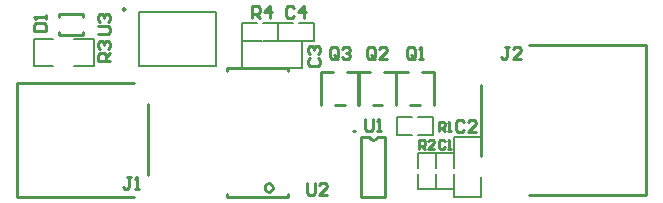
<source format=gto>
G04*
G04 #@! TF.GenerationSoftware,Altium Limited,Altium Designer,20.1.14 (287)*
G04*
G04 Layer_Color=65535*
%FSLAX25Y25*%
%MOIN*%
G70*
G04*
G04 #@! TF.SameCoordinates,2FE93C5B-B66B-451B-A581-654374074FDE*
G04*
G04*
G04 #@! TF.FilePolarity,Positive*
G04*
G01*
G75*
%ADD10C,0.00984*%
%ADD11C,0.01000*%
%ADD12C,0.00787*%
%ADD13C,0.00800*%
D10*
X107382Y422118D02*
X106644Y422544D01*
Y421692D01*
X107382Y422118D01*
D11*
X188880Y379500D02*
X189246Y378616D01*
X190130Y378250D01*
X191014Y378616D01*
X191380Y379500D01*
X156674Y362500D02*
X156343Y363409D01*
X155505Y363893D01*
X154553Y363725D01*
X153931Y362984D01*
Y362016D01*
X154553Y361275D01*
X155505Y361107D01*
X156343Y361591D01*
X156674Y362500D01*
X202425Y389988D02*
X205575D01*
X210299D02*
Y401012D01*
X206362D02*
X210299D01*
X197701Y389988D02*
Y401012D01*
X201638D01*
X71500Y359500D02*
Y397500D01*
X115000Y366878D02*
Y390500D01*
X71500Y359500D02*
X110500D01*
X71500Y397500D02*
X110500D01*
X281000Y360000D02*
Y410000D01*
X226000Y373189D02*
Y396811D01*
X242000Y360000D02*
X281000D01*
X242000Y410000D02*
X281000D01*
X185201Y401012D02*
X189138D01*
X185201Y389988D02*
Y401012D01*
X193862D02*
X197799D01*
Y389988D02*
Y401012D01*
X189925Y389988D02*
X193075D01*
X186051Y379500D02*
X188880D01*
X191380D02*
X194209D01*
Y359500D02*
Y379500D01*
X186051Y359500D02*
X194209D01*
X183500Y381500D02*
X184000D01*
X186051Y359500D02*
Y364500D01*
Y374500D02*
Y379500D01*
Y364500D02*
Y374500D01*
X161760Y401500D02*
Y402500D01*
X141260Y401500D02*
Y402500D01*
X161760D01*
Y359500D02*
Y360500D01*
X141260Y359500D02*
Y360500D01*
Y359500D02*
X161760D01*
X177425Y389988D02*
X180575D01*
X185299D02*
Y401012D01*
X181362D02*
X185299D01*
X172701Y389988D02*
Y401012D01*
X176638D01*
X85500Y413500D02*
Y414500D01*
Y413500D02*
X93500D01*
Y414500D01*
Y419500D02*
Y420500D01*
X85500D02*
X93500D01*
X85500Y419500D02*
Y420500D01*
X102499Y404668D02*
X98501D01*
Y406667D01*
X99167Y407334D01*
X100500D01*
X101166Y406667D01*
Y404668D01*
Y406001D02*
X102499Y407334D01*
X99167Y408667D02*
X98501Y409333D01*
Y410666D01*
X99167Y411332D01*
X99834D01*
X100500Y410666D01*
Y409999D01*
Y410666D01*
X101166Y411332D01*
X101833D01*
X102499Y410666D01*
Y409333D01*
X101833Y408667D01*
X98501Y413668D02*
X101833D01*
X102499Y414334D01*
Y415667D01*
X101833Y416334D01*
X98501D01*
X99167Y417666D02*
X98501Y418333D01*
Y419666D01*
X99167Y420332D01*
X99834D01*
X100500Y419666D01*
Y418999D01*
Y419666D01*
X101166Y420332D01*
X101833D01*
X102499Y419666D01*
Y418333D01*
X101833Y417666D01*
X168168Y363999D02*
Y360667D01*
X168834Y360001D01*
X170167D01*
X170834Y360667D01*
Y363999D01*
X174832Y360001D02*
X172167D01*
X174832Y362666D01*
Y363333D01*
X174166Y363999D01*
X172833D01*
X172167Y363333D01*
X187334Y385499D02*
Y382167D01*
X188001Y381501D01*
X189333D01*
X190000Y382167D01*
Y385499D01*
X191333Y381501D02*
X192666D01*
X191999D01*
Y385499D01*
X191333Y384833D01*
X169167Y405834D02*
X168501Y405167D01*
Y403834D01*
X169167Y403168D01*
X171833D01*
X172499Y403834D01*
Y405167D01*
X171833Y405834D01*
X169167Y407166D02*
X168501Y407833D01*
Y409166D01*
X169167Y409832D01*
X169834D01*
X170500Y409166D01*
Y408499D01*
Y409166D01*
X171167Y409832D01*
X171833D01*
X172499Y409166D01*
Y407833D01*
X171833Y407166D01*
X149668Y419001D02*
Y422999D01*
X151667D01*
X152333Y422333D01*
Y421000D01*
X151667Y420334D01*
X149668D01*
X151001D02*
X152333Y419001D01*
X155666D02*
Y422999D01*
X153666Y421000D01*
X156332D01*
X205501Y375500D02*
Y378500D01*
X207000D01*
X207500Y378000D01*
Y377000D01*
X207000Y376500D01*
X205501D01*
X206501D02*
X207500Y375500D01*
X210499D02*
X208500D01*
X210499Y377500D01*
Y378000D01*
X209999Y378500D01*
X209000D01*
X208500Y378000D01*
X212001Y381501D02*
Y384500D01*
X213500D01*
X214000Y384000D01*
Y383000D01*
X213500Y382500D01*
X212001D01*
X213000D02*
X214000Y381501D01*
X215000D02*
X215999D01*
X215499D01*
Y384500D01*
X215000Y384000D01*
X178333Y406167D02*
Y408833D01*
X177667Y409499D01*
X176334D01*
X175668Y408833D01*
Y406167D01*
X176334Y405501D01*
X177667D01*
X177001Y406834D02*
X178333Y405501D01*
X177667D02*
X178333Y406167D01*
X179666Y408833D02*
X180333Y409499D01*
X181666D01*
X182332Y408833D01*
Y408166D01*
X181666Y407500D01*
X180999D01*
X181666D01*
X182332Y406834D01*
Y406167D01*
X181666Y405501D01*
X180333D01*
X179666Y406167D01*
X190833D02*
Y408833D01*
X190167Y409499D01*
X188834D01*
X188168Y408833D01*
Y406167D01*
X188834Y405501D01*
X190167D01*
X189501Y406834D02*
X190833Y405501D01*
X190167D02*
X190833Y406167D01*
X194832Y405501D02*
X192166D01*
X194832Y408166D01*
Y408833D01*
X194166Y409499D01*
X192833D01*
X192166Y408833D01*
X204000Y406167D02*
Y408833D01*
X203333Y409499D01*
X202001D01*
X201334Y408833D01*
Y406167D01*
X202001Y405501D01*
X203333D01*
X202667Y406834D02*
X204000Y405501D01*
X203333D02*
X204000Y406167D01*
X205333Y405501D02*
X206666D01*
X205999D01*
Y409499D01*
X205333Y408833D01*
X235334Y409499D02*
X234001D01*
X234667D01*
Y406167D01*
X234001Y405501D01*
X233334D01*
X232668Y406167D01*
X239332Y405501D02*
X236666D01*
X239332Y408166D01*
Y408833D01*
X238666Y409499D01*
X237333D01*
X236666Y408833D01*
X109500Y365999D02*
X108167D01*
X108834D01*
Y362667D01*
X108167Y362001D01*
X107501D01*
X106834Y362667D01*
X110833Y362001D02*
X112166D01*
X111499D01*
Y365999D01*
X110833Y365333D01*
X77001Y414834D02*
X80999D01*
Y416834D01*
X80333Y417500D01*
X77667D01*
X77001Y416834D01*
Y414834D01*
X80999Y418833D02*
Y420166D01*
Y419499D01*
X77001D01*
X77667Y418833D01*
X163833Y422333D02*
X163167Y422999D01*
X161834D01*
X161168Y422333D01*
Y419667D01*
X161834Y419001D01*
X163167D01*
X163833Y419667D01*
X167166Y419001D02*
Y422999D01*
X165166Y421000D01*
X167832D01*
X220334Y384333D02*
X219667Y384999D01*
X218334D01*
X217668Y384333D01*
Y381667D01*
X218334Y381001D01*
X219667D01*
X220334Y381667D01*
X224332Y381001D02*
X221667D01*
X224332Y383666D01*
Y384333D01*
X223666Y384999D01*
X222333D01*
X221667Y384333D01*
X214000Y378000D02*
X213500Y378500D01*
X212501D01*
X212001Y378000D01*
Y376000D01*
X212501Y375500D01*
X213500D01*
X214000Y376000D01*
X215000Y375500D02*
X215999D01*
X215499D01*
Y378500D01*
X215000Y378000D01*
D12*
X112205Y402945D02*
X137795D01*
X112205Y421055D02*
X137795D01*
Y402945D02*
Y421055D01*
X112205Y402945D02*
Y421055D01*
D13*
X97000Y403000D02*
Y412000D01*
X77000Y403000D02*
Y412000D01*
X90500Y403000D02*
X97000D01*
X77000D02*
X83500D01*
X90500Y412000D02*
X97000D01*
X77000D02*
X83500D01*
X217000Y369000D02*
Y374000D01*
Y362000D02*
Y367000D01*
X211000Y369000D02*
Y374000D01*
Y362000D02*
Y367000D01*
Y374000D02*
X217000D01*
X211000Y362000D02*
X217000D01*
X205000D02*
Y367000D01*
Y369000D02*
Y374000D01*
X211000Y362000D02*
Y367000D01*
Y369000D02*
Y374000D01*
X205000Y362000D02*
X211000D01*
X205000Y374000D02*
X211000D01*
X205000Y380000D02*
X210000D01*
X198000D02*
X203000D01*
X205000Y386000D02*
X210000D01*
X198000D02*
X203000D01*
X210000Y380000D02*
Y386000D01*
X198000Y380000D02*
Y386000D01*
X146500Y411500D02*
X153000D01*
X160000D02*
X166500D01*
X146500Y402500D02*
X153000D01*
X160000D02*
X166500D01*
X146500D02*
Y411500D01*
X166500Y402500D02*
Y411500D01*
X165500D02*
X170500D01*
X158500D02*
X163500D01*
X165500Y417500D02*
X170500D01*
X158500D02*
X163500D01*
X170500Y411500D02*
Y417500D01*
X158500Y411500D02*
Y417500D01*
X146500D02*
X151500D01*
X153500D02*
X158500D01*
X146500Y411500D02*
X151500D01*
X153500D02*
X158500D01*
X146500D02*
Y417500D01*
X158500Y411500D02*
Y417500D01*
X217000Y359500D02*
X226000D01*
X217000Y379500D02*
X226000D01*
X217000Y359500D02*
Y366000D01*
Y373000D02*
Y379500D01*
X226000Y359500D02*
Y366000D01*
Y373000D02*
Y379500D01*
M02*

</source>
